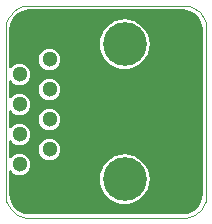
<source format=gbl>
G04*
G04 #@! TF.GenerationSoftware,Altium Limited,Altium Designer,18.1.7 (191)*
G04*
G04 Layer_Physical_Order=2*
G04 Layer_Color=16711680*
%FSLAX44Y44*%
%MOMM*%
G71*
G01*
G75*
%ADD10C,0.1000*%
%ADD16C,3.7000*%
%ADD17C,1.3000*%
G36*
X153300Y176490D02*
X156473Y175527D01*
X159397Y173964D01*
X161960Y171860D01*
X164064Y169297D01*
X165627Y166373D01*
X166590Y163200D01*
X166910Y159947D01*
X166901Y159900D01*
X166900Y20000D01*
X166910Y19953D01*
X166589Y16700D01*
X165627Y13527D01*
X164064Y10603D01*
X161960Y8040D01*
X159397Y5936D01*
X156473Y4373D01*
X153300Y3410D01*
X150047Y3090D01*
X150000Y3100D01*
X20000D01*
X19953Y3090D01*
X16700Y3411D01*
X13527Y4373D01*
X10603Y5936D01*
X8040Y8040D01*
X5936Y10603D01*
X4373Y13527D01*
X3411Y16700D01*
X3090Y19953D01*
X3100Y20000D01*
Y39942D01*
X4370Y40373D01*
X5383Y39053D01*
X7271Y37604D01*
X9470Y36693D01*
X11830Y36382D01*
X14190Y36693D01*
X16389Y37604D01*
X18277Y39053D01*
X19726Y40941D01*
X20637Y43140D01*
X20948Y45500D01*
X20637Y47860D01*
X19726Y50059D01*
X18277Y51947D01*
X16389Y53396D01*
X14190Y54307D01*
X11830Y54618D01*
X9470Y54307D01*
X7271Y53396D01*
X5383Y51947D01*
X4370Y50627D01*
X3100Y51058D01*
Y65342D01*
X4370Y65773D01*
X5383Y64453D01*
X7271Y63004D01*
X9470Y62093D01*
X11830Y61782D01*
X14190Y62093D01*
X16389Y63004D01*
X18277Y64453D01*
X19726Y66341D01*
X20637Y68540D01*
X20948Y70900D01*
X20637Y73260D01*
X19726Y75459D01*
X18277Y77347D01*
X16389Y78796D01*
X14190Y79707D01*
X11830Y80018D01*
X9470Y79707D01*
X7271Y78796D01*
X5383Y77347D01*
X4370Y76027D01*
X3100Y76458D01*
Y90742D01*
X4370Y91173D01*
X5383Y89853D01*
X7271Y88404D01*
X9470Y87493D01*
X11830Y87182D01*
X14190Y87493D01*
X16389Y88404D01*
X18277Y89853D01*
X19726Y91741D01*
X20637Y93940D01*
X20948Y96300D01*
X20637Y98660D01*
X19726Y100859D01*
X18277Y102747D01*
X16389Y104196D01*
X14190Y105107D01*
X11830Y105418D01*
X9470Y105107D01*
X7271Y104196D01*
X5383Y102747D01*
X4370Y101427D01*
X3100Y101858D01*
Y116142D01*
X4370Y116573D01*
X5383Y115253D01*
X7271Y113804D01*
X9470Y112893D01*
X11830Y112582D01*
X14190Y112893D01*
X16389Y113804D01*
X18277Y115253D01*
X19726Y117141D01*
X20637Y119340D01*
X20948Y121700D01*
X20637Y124060D01*
X19726Y126259D01*
X18277Y128147D01*
X16389Y129596D01*
X14190Y130507D01*
X11830Y130818D01*
X9470Y130507D01*
X7271Y129596D01*
X5383Y128147D01*
X4370Y126827D01*
X3100Y127258D01*
Y159900D01*
X3090Y159947D01*
X3411Y163200D01*
X4373Y166373D01*
X5936Y169297D01*
X8040Y171860D01*
X10603Y173964D01*
X13527Y175527D01*
X16700Y176490D01*
X19953Y176810D01*
X20000Y176800D01*
X150000D01*
X150047Y176810D01*
X153300Y176490D01*
D02*
G37*
%LPC*%
G36*
X100730Y168242D02*
X96605Y167836D01*
X92639Y166632D01*
X88984Y164679D01*
X85780Y162050D01*
X83151Y158846D01*
X81198Y155191D01*
X79994Y151225D01*
X79588Y147100D01*
X79994Y142976D01*
X81198Y139009D01*
X83151Y135354D01*
X85780Y132150D01*
X88984Y129521D01*
X92639Y127568D01*
X96605Y126364D01*
X100730Y125958D01*
X104854Y126364D01*
X108821Y127568D01*
X112476Y129521D01*
X115680Y132150D01*
X118309Y135354D01*
X120262Y139009D01*
X121466Y142976D01*
X121872Y147100D01*
X121466Y151225D01*
X120262Y155191D01*
X118309Y158846D01*
X115680Y162050D01*
X112476Y164679D01*
X108821Y166632D01*
X104854Y167836D01*
X100730Y168242D01*
D02*
G37*
G36*
X37230Y143518D02*
X34870Y143207D01*
X32671Y142296D01*
X30783Y140847D01*
X29334Y138959D01*
X28423Y136760D01*
X28112Y134400D01*
X28423Y132040D01*
X29334Y129841D01*
X30783Y127953D01*
X32671Y126504D01*
X34870Y125593D01*
X37230Y125282D01*
X39590Y125593D01*
X41789Y126504D01*
X43677Y127953D01*
X45126Y129841D01*
X46037Y132040D01*
X46348Y134400D01*
X46037Y136760D01*
X45126Y138959D01*
X43677Y140847D01*
X41789Y142296D01*
X39590Y143207D01*
X37230Y143518D01*
D02*
G37*
G36*
Y118118D02*
X34870Y117807D01*
X32671Y116896D01*
X30783Y115447D01*
X29334Y113559D01*
X28423Y111360D01*
X28112Y109000D01*
X28423Y106640D01*
X29334Y104441D01*
X30783Y102553D01*
X32671Y101104D01*
X34870Y100193D01*
X37230Y99882D01*
X39590Y100193D01*
X41789Y101104D01*
X43677Y102553D01*
X45126Y104441D01*
X46037Y106640D01*
X46348Y109000D01*
X46037Y111360D01*
X45126Y113559D01*
X43677Y115447D01*
X41789Y116896D01*
X39590Y117807D01*
X37230Y118118D01*
D02*
G37*
G36*
Y92718D02*
X34870Y92407D01*
X32671Y91496D01*
X30783Y90047D01*
X29334Y88159D01*
X28423Y85960D01*
X28112Y83600D01*
X28423Y81240D01*
X29334Y79041D01*
X30783Y77153D01*
X32671Y75704D01*
X34870Y74793D01*
X37230Y74482D01*
X39590Y74793D01*
X41789Y75704D01*
X43677Y77153D01*
X45126Y79041D01*
X46037Y81240D01*
X46348Y83600D01*
X46037Y85960D01*
X45126Y88159D01*
X43677Y90047D01*
X41789Y91496D01*
X39590Y92407D01*
X37230Y92718D01*
D02*
G37*
G36*
Y67318D02*
X34870Y67007D01*
X32671Y66096D01*
X30783Y64647D01*
X29334Y62759D01*
X28423Y60560D01*
X28112Y58200D01*
X28423Y55840D01*
X29334Y53641D01*
X30783Y51753D01*
X32671Y50304D01*
X34870Y49393D01*
X37230Y49082D01*
X39590Y49393D01*
X41789Y50304D01*
X43677Y51753D01*
X45126Y53641D01*
X46037Y55840D01*
X46348Y58200D01*
X46037Y60560D01*
X45126Y62759D01*
X43677Y64647D01*
X41789Y66096D01*
X39590Y67007D01*
X37230Y67318D01*
D02*
G37*
G36*
X100730Y53942D02*
X96605Y53536D01*
X92639Y52333D01*
X88984Y50379D01*
X85780Y47750D01*
X83151Y44546D01*
X81198Y40891D01*
X79994Y36925D01*
X79588Y32800D01*
X79994Y28675D01*
X81198Y24709D01*
X83151Y21054D01*
X85780Y17851D01*
X88984Y15221D01*
X92639Y13268D01*
X96605Y12064D01*
X100730Y11658D01*
X104854Y12064D01*
X108821Y13268D01*
X112476Y15221D01*
X115680Y17851D01*
X118309Y21054D01*
X120262Y24709D01*
X121466Y28675D01*
X121872Y32800D01*
X121466Y36925D01*
X120262Y40891D01*
X118309Y44546D01*
X115680Y47750D01*
X112476Y50379D01*
X108821Y52333D01*
X104854Y53536D01*
X100730Y53942D01*
D02*
G37*
%LPD*%
D10*
X0Y20000D02*
X171Y17390D01*
X681Y14824D01*
X1522Y12346D01*
X2679Y10000D01*
X4133Y7825D01*
X5858Y5858D01*
X7825Y4133D01*
X10000Y2679D01*
X12346Y1522D01*
X14824Y681D01*
X17390Y171D01*
X20000Y0D01*
X150000Y-0D02*
X152611Y171D01*
X155176Y681D01*
X157654Y1522D01*
X160000Y2679D01*
X162175Y4133D01*
X164142Y5858D01*
X165867Y7825D01*
X167320Y10000D01*
X168478Y12346D01*
X169319Y14824D01*
X169829Y17390D01*
X170000Y20000D01*
X170000Y159900D02*
X169829Y162511D01*
X169319Y165076D01*
X168478Y167554D01*
X167320Y169900D01*
X165867Y172075D01*
X164142Y174042D01*
X162175Y175767D01*
X160000Y177220D01*
X157654Y178378D01*
X155176Y179219D01*
X152611Y179729D01*
X150000Y179900D01*
X20000D02*
X17390Y179729D01*
X14824Y179219D01*
X12346Y178378D01*
X10000Y177220D01*
X7825Y175767D01*
X5858Y174042D01*
X4133Y172075D01*
X2679Y169900D01*
X1522Y167554D01*
X681Y165076D01*
X171Y162511D01*
X0Y159900D01*
X20000Y0D02*
X150000D01*
X170000Y20000D02*
X170000Y159900D01*
Y149900D02*
Y159900D01*
X20000Y179900D02*
X150000D01*
X0Y20000D02*
Y159900D01*
D16*
X100730Y147100D02*
D03*
Y32800D02*
D03*
D17*
X11830Y45500D02*
D03*
X37230Y58200D02*
D03*
X11830Y70900D02*
D03*
Y96300D02*
D03*
X37230Y83600D02*
D03*
X11830Y121700D02*
D03*
X37230Y109000D02*
D03*
Y134400D02*
D03*
M02*

</source>
